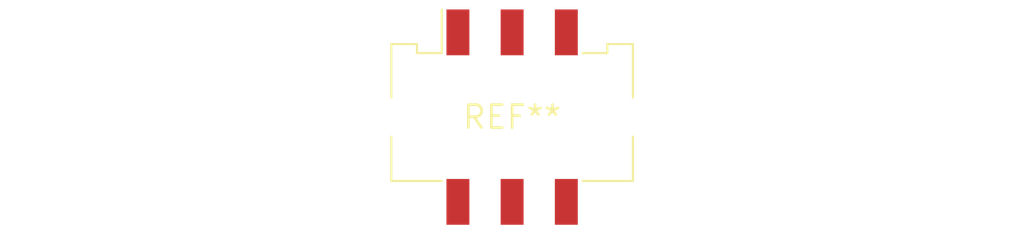
<source format=kicad_pcb>
(kicad_pcb (version 20240108) (generator pcbnew)
  (layers (0 "F.Cu" signal) (31 "B.Cu" signal) (34 "B.Paste" user) (35 "F.Paste" user) (36 "B.SilkS" user "B.Silkscreen") (37 "F.SilkS" user "F.Silkscreen") (38 "B.Mask" user) (39 "F.Mask" user) (44 "Edge.Cuts" user))
  (net 0 "")
  (footprint "Molex_Micro-Fit_3.0_43045-0615_2x03_P3.00mm_Vertical" (layer "F.Cu") (at 0 0)
    (property "Reference" "REF**")
    (property "Value" "Molex_Micro-Fit_3.0_43045-0615_2x03_P3.00mm_Vertical")
    (fp_line (start -6.685 -4.05) (end -5.265 -4.05) (layer "F.SilkS") (stroke (width 0.12)))
    (fp_line (start -6.685 -1.085) (end -6.685 -4.05) (layer "F.SilkS") (stroke (width 0.12)))
    (fp_line (start -6.685 1.085) (end -6.685 3.54) (layer "F.SilkS") (stroke (width 0.12)))
    (fp_line (start -6.685 3.54) (end -3.895 3.54) (layer "F.SilkS") (stroke (width 0.12)))
    (fp_line (start -5.265 -4.05) (end -5.265 -3.55) (layer "F.SilkS") (stroke (width 0.12)))
    (fp_line (start -5.265 -3.55) (end -3.895 -3.55) (layer "F.SilkS") (stroke (width 0.12)))
    (fp_line (start -3.895 -3.55) (end -3.895 -5.97) (layer "F.SilkS") (stroke (width 0.12)))
    (fp_line (start 5.265 -4.05) (end 5.265 -3.55) (layer "F.SilkS") (stroke (width 0.12)))
    (fp_line (start 5.265 -3.55) (end 3.895 -3.55) (layer "F.SilkS") (stroke (width 0.12)))
    (fp_line (start 6.685 -4.05) (end 5.265 -4.05) (layer "F.SilkS") (stroke (width 0.12)))
    (fp_line (start 6.685 -1.085) (end 6.685 -4.05) (layer "F.SilkS") (stroke (width 0.12)))
    (fp_line (start 6.685 1.085) (end 6.685 3.54) (layer "F.SilkS") (stroke (width 0.12)))
    (fp_line (start 6.685 3.54) (end 3.895 3.54) (layer "F.SilkS") (stroke (width 0.12)))
    (pad "" np_thru_hole circle (at -5.15 0) (size 2.41 2.41) (drill 2.41) (layers *.Cu *.Mask))
    (pad "" np_thru_hole circle (at 5.15 0) (size 2.41 2.41) (drill 2.41) (layers *.Cu *.Mask))
    (pad "1" smd rect (at -3 -4.7) (size 1.27 2.54) (layers "F.Cu" "F.Paste" "F.Mask"))
    (pad "2" smd rect (at 0 -4.7) (size 1.27 2.54) (layers "F.Cu" "F.Paste" "F.Mask"))
    (pad "3" smd rect (at 3 -4.7) (size 1.27 2.54) (layers "F.Cu" "F.Paste" "F.Mask"))
    (pad "4" smd rect (at -3 4.7) (size 1.27 2.54) (layers "F.Cu" "F.Paste" "F.Mask"))
    (pad "5" smd rect (at 0 4.7) (size 1.27 2.54) (layers "F.Cu" "F.Paste" "F.Mask"))
    (pad "6" smd rect (at 3 4.7) (size 1.27 2.54) (layers "F.Cu" "F.Paste" "F.Mask"))
  )
)
</source>
